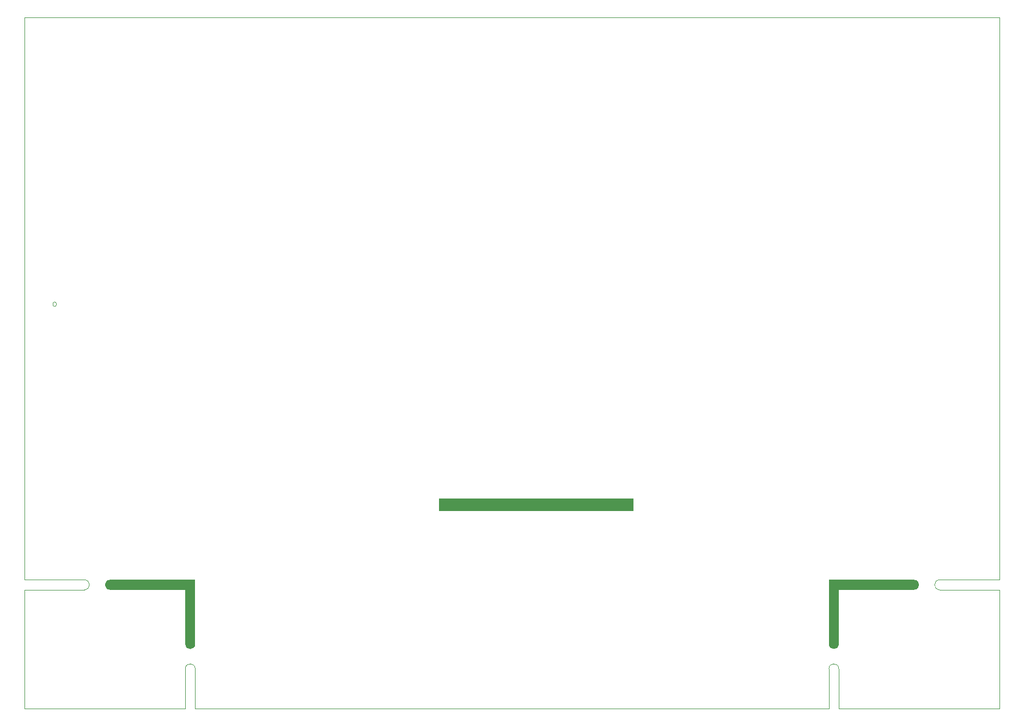
<source format=gm1>
G04 #@! TF.GenerationSoftware,KiCad,Pcbnew,9.0.0*
G04 #@! TF.CreationDate,2025-03-19T22:07:30+07:00*
G04 #@! TF.ProjectId,USB_Screen_V0,5553425f-5363-4726-9565-6e5f56302e6b,rev?*
G04 #@! TF.SameCoordinates,PX3f8d880PY80f7230*
G04 #@! TF.FileFunction,Profile,NP*
%FSLAX46Y46*%
G04 Gerber Fmt 4.6, Leading zero omitted, Abs format (unit mm)*
G04 Created by KiCad (PCBNEW 9.0.0) date 2025-03-19 22:07:30*
%MOMM*%
%LPD*%
G01*
G04 APERTURE LIST*
G04 #@! TA.AperFunction,Profile*
%ADD10C,0.050000*%
G04 #@! TD*
G04 #@! TA.AperFunction,Profile*
%ADD11C,0.100000*%
G04 #@! TD*
G04 #@! TA.AperFunction,Profile*
%ADD12C,0.000000*%
G04 #@! TD*
G04 #@! TA.AperFunction,Profile*
%ADD13C,0.010000*%
G04 #@! TD*
G04 APERTURE END LIST*
D10*
X125000000Y6160000D02*
X125000000Y0D01*
X151500000Y18460000D02*
X151500000Y0D01*
D11*
X125000000Y6160000D02*
G75*
G02*
X126540000Y6160000I770000J0D01*
G01*
D10*
X26500000Y6160000D02*
X26500000Y0D01*
D11*
X26500000Y0D02*
X125000000Y0D01*
D12*
G04 #@! TA.AperFunction,Profile*
G36*
X26500000Y10000000D02*
G01*
X26500000Y10000000D01*
G75*
G02*
X24960000Y10000000I-770000J0D01*
G01*
X24960000Y18460000D01*
X13250000Y18460000D01*
G75*
G02*
X13250000Y20000000I0J770000D01*
G01*
X26500000Y20000000D01*
X26500000Y10000000D01*
G37*
G04 #@! TD.AperFunction*
D10*
X24960000Y0D02*
X0Y0D01*
D11*
X24960000Y6160000D02*
X24960000Y0D01*
X142210000Y18460000D02*
G75*
G02*
X142210000Y20000000I0J770000D01*
G01*
D10*
X151500000Y107500000D02*
X151500000Y20000000D01*
D11*
X0Y107500000D02*
X0Y20000000D01*
D10*
X9290000Y18460000D02*
X0Y18460000D01*
D11*
X126540000Y6160000D02*
X126540000Y0D01*
X9290000Y20000000D02*
G75*
G02*
X9290000Y18460000I0J-770000D01*
G01*
G04 #@! TA.AperFunction,Profile*
G36*
X64399000Y32690000D02*
G01*
X94649000Y32690000D01*
X94649000Y30690000D01*
X64399000Y30690000D01*
X64399000Y32690000D01*
G37*
G04 #@! TD.AperFunction*
D10*
X142210000Y20000000D02*
X151500000Y20000000D01*
D11*
X0Y107500000D02*
X151500000Y107500000D01*
D10*
X142210000Y18460000D02*
X151500000Y18460000D01*
X9290000Y20000000D02*
X0Y20000000D01*
D11*
X24960000Y6160000D02*
G75*
G02*
X26500000Y6160000I770000J0D01*
G01*
D10*
X0Y18460000D02*
X0Y0D01*
D12*
G04 #@! TA.AperFunction,Profile*
G36*
X138250000Y20000000D02*
G01*
X138250000Y20000000D01*
G75*
G02*
X138250000Y18460000I0J-770000D01*
G01*
X126540000Y18460000D01*
X126540000Y10000000D01*
G75*
G02*
X125000000Y10000000I-770000J0D01*
G01*
X125000000Y20000000D01*
X138250000Y20000000D01*
G37*
G04 #@! TD.AperFunction*
D10*
X126540000Y0D02*
X151500000Y0D01*
D13*
X4400000Y62780000D02*
X4400000Y62980000D01*
X4920000Y62980000D02*
X4920000Y62780000D01*
X4400000Y62980000D02*
G75*
G02*
X4660000Y63240000I260000J0D01*
G01*
X4660000Y63240000D02*
G75*
G02*
X4920000Y62980000I0J-260000D01*
G01*
X4660000Y62520000D02*
G75*
G02*
X4400000Y62780000I0J260000D01*
G01*
X4920000Y62780000D02*
G75*
G02*
X4660000Y62520000I-260000J0D01*
G01*
M02*

</source>
